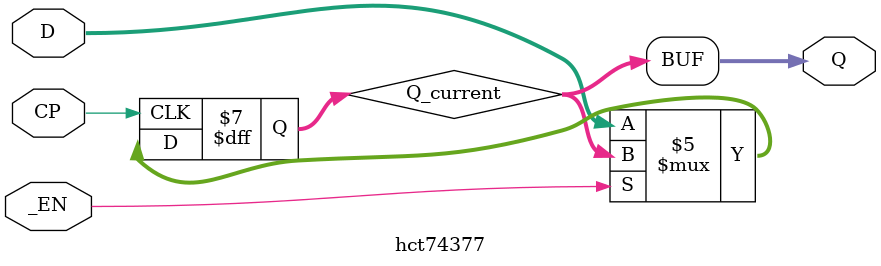
<source format=v>

`ifndef  V_74377
`define  V_74377
// based on https://raw.githubusercontent.com/TimRudy/ice-chips-verilog/master/source-7400/74377.v
// timings from https://assets.nexperia.com/documents/data-sheet/74HC_HCT377.pdf

// Octal D flip-flop with enable

`timescale 1ns/1ns

module hct74377 #(parameter WIDTH = 8, LOG = 0)
(
  input _EN,
  input CP,
  input [WIDTH-1:0] D,
  output [WIDTH-1:0] Q
);

parameter [WIDTH-1:0] UNDEF = {(WIDTH/4){4'bzxxz}};
reg [WIDTH-1:0] Q_current=UNDEF;

always @(posedge CP)
begin
  if (!_EN) begin
    if (LOG)  $display("%9t", $time, " REGISTER %m   ASSIGNING D=%08b to Q_current", D);
    Q_current = D;
  end
end

if (LOG)
  always @(Q) begin
      $display("%9t", $time, " REGISTER %m   OUTPUT CHANGE CP=%1b _EN=%1b D=%08b Q=%08b (Q_current=%08b)", CP, _EN, D, Q, Q_current);
  end

assign #14 Q = Q_current;

function isUndef();
    isUndef = (Q === UNDEF);
endfunction

endmodule

`endif

</source>
